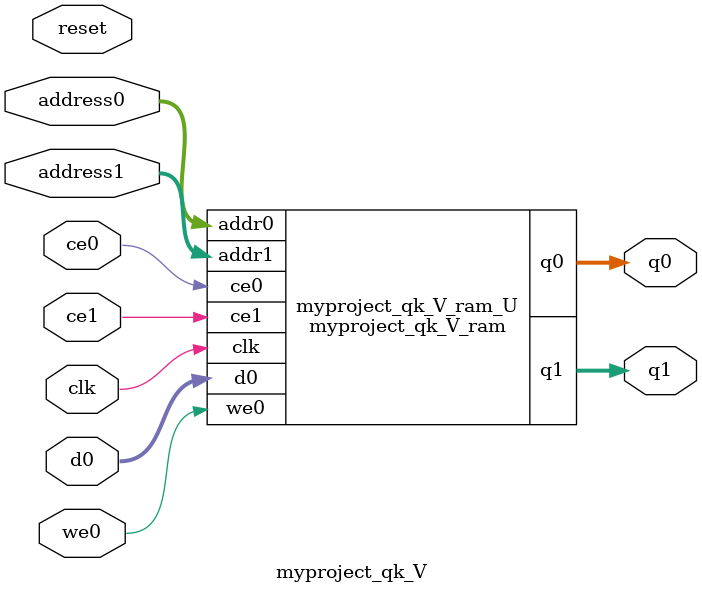
<source format=v>
`timescale 1 ns / 1 ps
module myproject_qk_V_ram (addr0, ce0, d0, we0, q0, addr1, ce1, q1,  clk);

parameter DWIDTH = 11;
parameter AWIDTH = 7;
parameter MEM_SIZE = 72;

input[AWIDTH-1:0] addr0;
input ce0;
input[DWIDTH-1:0] d0;
input we0;
output reg[DWIDTH-1:0] q0;
input[AWIDTH-1:0] addr1;
input ce1;
output reg[DWIDTH-1:0] q1;
input clk;

(* ram_style = "distributed" *)reg [DWIDTH-1:0] ram[0:MEM_SIZE-1];




always @(posedge clk)  
begin 
    if (ce0) begin
        if (we0) 
            ram[addr0] <= d0; 
        q0 <= ram[addr0];
    end
end


always @(posedge clk)  
begin 
    if (ce1) begin
        q1 <= ram[addr1];
    end
end


endmodule

`timescale 1 ns / 1 ps
module myproject_qk_V(
    reset,
    clk,
    address0,
    ce0,
    we0,
    d0,
    q0,
    address1,
    ce1,
    q1);

parameter DataWidth = 32'd11;
parameter AddressRange = 32'd72;
parameter AddressWidth = 32'd7;
input reset;
input clk;
input[AddressWidth - 1:0] address0;
input ce0;
input we0;
input[DataWidth - 1:0] d0;
output[DataWidth - 1:0] q0;
input[AddressWidth - 1:0] address1;
input ce1;
output[DataWidth - 1:0] q1;



myproject_qk_V_ram myproject_qk_V_ram_U(
    .clk( clk ),
    .addr0( address0 ),
    .ce0( ce0 ),
    .we0( we0 ),
    .d0( d0 ),
    .q0( q0 ),
    .addr1( address1 ),
    .ce1( ce1 ),
    .q1( q1 ));

endmodule


</source>
